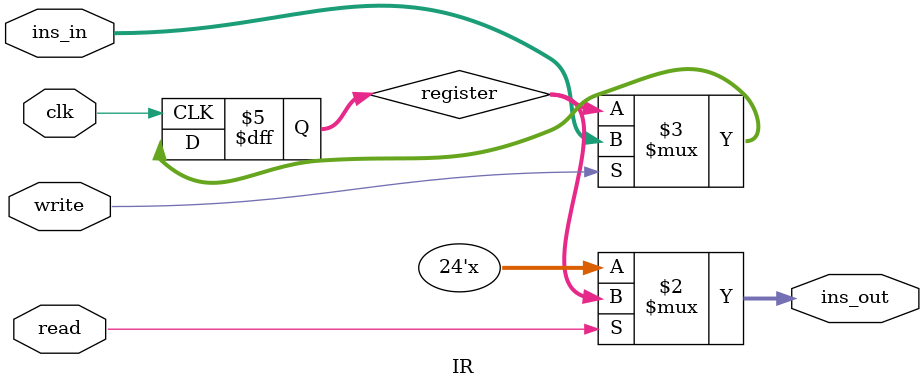
<source format=v>

module IR ( input clk, write, read,
            input [23:0] ins_in,     //IMEM to IR
            output [23:0] ins_out    //IR to B Bus
);
    reg [23:0] register;

    always @(posedge clk ) begin
        if (write) begin
            register <= ins_in;
        end
    end

  assign ins_out = read ? register : 24'dz; 

endmodule //IR
</source>
